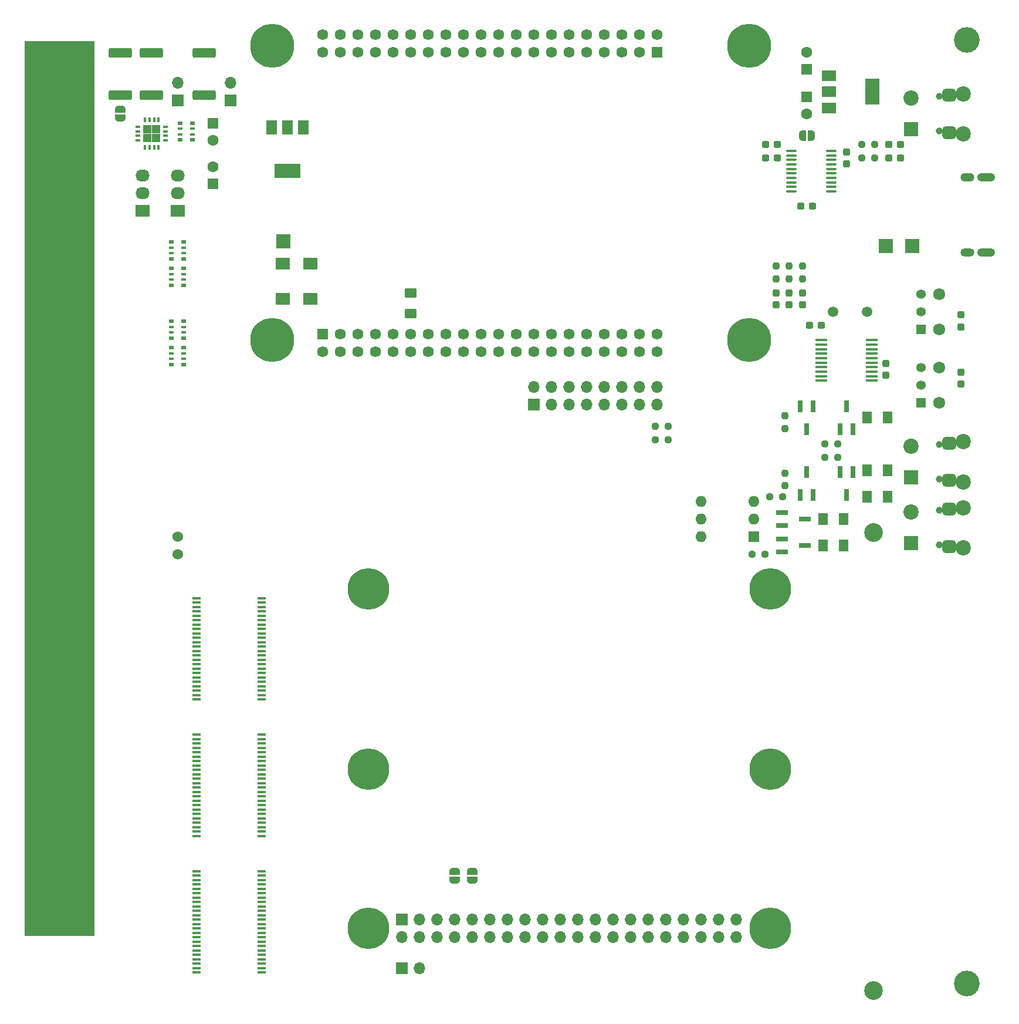
<source format=gbs>
G04 #@! TF.GenerationSoftware,KiCad,Pcbnew,(6.0.5-0)*
G04 #@! TF.CreationDate,2022-09-21T23:29:34+09:00*
G04 #@! TF.ProjectId,kepler-x,6b65706c-6572-42d7-982e-6b696361645f,rev?*
G04 #@! TF.SameCoordinates,Original*
G04 #@! TF.FileFunction,Soldermask,Bot*
G04 #@! TF.FilePolarity,Negative*
%FSLAX46Y46*%
G04 Gerber Fmt 4.6, Leading zero omitted, Abs format (unit mm)*
G04 Created by KiCad (PCBNEW (6.0.5-0)) date 2022-09-21 23:29:34*
%MOMM*%
%LPD*%
G01*
G04 APERTURE LIST*
G04 Aperture macros list*
%AMRoundRect*
0 Rectangle with rounded corners*
0 $1 Rounding radius*
0 $2 $3 $4 $5 $6 $7 $8 $9 X,Y pos of 4 corners*
0 Add a 4 corners polygon primitive as box body*
4,1,4,$2,$3,$4,$5,$6,$7,$8,$9,$2,$3,0*
0 Add four circle primitives for the rounded corners*
1,1,$1+$1,$2,$3*
1,1,$1+$1,$4,$5*
1,1,$1+$1,$6,$7*
1,1,$1+$1,$8,$9*
0 Add four rect primitives between the rounded corners*
20,1,$1+$1,$2,$3,$4,$5,0*
20,1,$1+$1,$4,$5,$6,$7,0*
20,1,$1+$1,$6,$7,$8,$9,0*
20,1,$1+$1,$8,$9,$2,$3,0*%
%AMFreePoly0*
4,1,22,0.500000,-0.750000,0.000000,-0.750000,0.000000,-0.745033,-0.079941,-0.743568,-0.215256,-0.701293,-0.333266,-0.622738,-0.424486,-0.514219,-0.481581,-0.384460,-0.499164,-0.250000,-0.500000,-0.250000,-0.500000,0.250000,-0.499164,0.250000,-0.499963,0.256109,-0.478152,0.396186,-0.417904,0.524511,-0.324060,0.630769,-0.204165,0.706417,-0.067858,0.745374,0.000000,0.744959,0.000000,0.750000,
0.500000,0.750000,0.500000,-0.750000,0.500000,-0.750000,$1*%
%AMFreePoly1*
4,1,20,0.000000,0.744959,0.073905,0.744508,0.209726,0.703889,0.328688,0.626782,0.421226,0.519385,0.479903,0.390333,0.500000,0.250000,0.500000,-0.250000,0.499851,-0.262216,0.476331,-0.402017,0.414519,-0.529596,0.319384,-0.634700,0.198574,-0.708877,0.061801,-0.746166,0.000000,-0.745033,0.000000,-0.750000,-0.500000,-0.750000,-0.500000,0.750000,0.000000,0.750000,0.000000,0.744959,
0.000000,0.744959,$1*%
G04 Aperture macros list end*
%ADD10C,0.120000*%
%ADD11RoundRect,0.300000X-4.200000X-0.450000X4.200000X-0.450000X4.200000X0.450000X-4.200000X0.450000X0*%
%ADD12C,2.700000*%
%ADD13C,1.500000*%
%ADD14C,3.700000*%
%ADD15R,1.358000X1.358000*%
%ADD16C,1.358000*%
%ADD17C,1.725000*%
%ADD18R,1.700000X1.700000*%
%ADD19O,1.700000X1.700000*%
%ADD20R,2.032000X1.727200*%
%ADD21O,2.032000X1.727200*%
%ADD22R,1.600000X1.600000*%
%ADD23O,1.600000X1.600000*%
%ADD24R,2.000000X2.000000*%
%ADD25R,1.590000X1.590000*%
%ADD26C,1.590000*%
%ADD27C,6.350000*%
%ADD28O,2.000000X1.250000*%
%ADD29O,2.600000X1.220000*%
%ADD30O,2.600000X1.200000*%
%ADD31O,2.000000X1.200000*%
%ADD32C,1.000000*%
%ADD33R,2.100000X2.100000*%
%ADD34C,2.200000*%
%ADD35RoundRect,0.450000X0.550000X0.450000X-0.550000X0.450000X-0.550000X-0.450000X0.550000X-0.450000X0*%
%ADD36C,1.524000*%
%ADD37C,1.600000*%
%ADD38C,6.000000*%
%ADD39RoundRect,0.237500X-0.250000X-0.237500X0.250000X-0.237500X0.250000X0.237500X-0.250000X0.237500X0*%
%ADD40RoundRect,0.237500X0.250000X0.237500X-0.250000X0.237500X-0.250000X-0.237500X0.250000X-0.237500X0*%
%ADD41R,0.800000X1.800000*%
%ADD42FreePoly0,90.000000*%
%ADD43FreePoly1,90.000000*%
%ADD44R,1.651000X0.431800*%
%ADD45RoundRect,0.250001X-0.462499X-0.624999X0.462499X-0.624999X0.462499X0.624999X-0.462499X0.624999X0*%
%ADD46RoundRect,0.249999X-1.425001X0.450001X-1.425001X-0.450001X1.425001X-0.450001X1.425001X0.450001X0*%
%ADD47RoundRect,0.250001X0.462499X0.624999X-0.462499X0.624999X-0.462499X-0.624999X0.462499X-0.624999X0*%
%ADD48RoundRect,0.237500X-0.237500X0.300000X-0.237500X-0.300000X0.237500X-0.300000X0.237500X0.300000X0*%
%ADD49R,0.800000X0.500000*%
%ADD50R,0.800000X0.400000*%
%ADD51RoundRect,0.237500X-0.237500X0.287500X-0.237500X-0.287500X0.237500X-0.287500X0.237500X0.287500X0*%
%ADD52RoundRect,0.237500X0.237500X-0.250000X0.237500X0.250000X-0.237500X0.250000X-0.237500X-0.250000X0*%
%ADD53R,2.000000X1.800000*%
%ADD54R,1.200000X0.400000*%
%ADD55RoundRect,0.237500X0.300000X0.237500X-0.300000X0.237500X-0.300000X-0.237500X0.300000X-0.237500X0*%
%ADD56RoundRect,0.250001X0.624999X-0.462499X0.624999X0.462499X-0.624999X0.462499X-0.624999X-0.462499X0*%
%ADD57R,2.000000X1.500000*%
%ADD58R,2.000000X3.800000*%
%ADD59RoundRect,0.237500X0.237500X-0.300000X0.237500X0.300000X-0.237500X0.300000X-0.237500X-0.300000X0*%
%ADD60RoundRect,0.237500X-0.237500X0.250000X-0.237500X-0.250000X0.237500X-0.250000X0.237500X0.250000X0*%
%ADD61RoundRect,0.100000X0.637500X0.100000X-0.637500X0.100000X-0.637500X-0.100000X0.637500X-0.100000X0*%
%ADD62R,0.800000X0.350000*%
%ADD63R,0.350000X0.800000*%
%ADD64R,1.250000X1.250000*%
%ADD65FreePoly0,0.000000*%
%ADD66FreePoly1,0.000000*%
%ADD67R,1.800000X0.800000*%
%ADD68RoundRect,0.237500X-0.300000X-0.237500X0.300000X-0.237500X0.300000X0.237500X-0.300000X0.237500X0*%
%ADD69R,1.500000X2.000000*%
%ADD70R,3.800000X2.000000*%
%ADD71FreePoly0,270.000000*%
%ADD72FreePoly1,270.000000*%
G04 APERTURE END LIST*
D10*
X40000000Y-37100000D02*
X30000000Y-37100000D01*
X30000000Y-37100000D02*
X30000000Y-166100000D01*
X30000000Y-166100000D02*
X40000000Y-166100000D01*
X40000000Y-166100000D02*
X40000000Y-37100000D01*
G36*
X40000000Y-37100000D02*
G01*
X30000000Y-37100000D01*
X30000000Y-166100000D01*
X40000000Y-166100000D01*
X40000000Y-37100000D01*
G37*
D11*
X35555000Y-163830000D03*
X35555000Y-161290000D03*
X35555000Y-158750000D03*
X35555000Y-156210000D03*
X35555000Y-153670000D03*
X35555000Y-151130000D03*
X35555000Y-148590000D03*
X35555000Y-146050000D03*
X35555000Y-143510000D03*
X35555000Y-140970000D03*
X35555000Y-138430000D03*
X35555000Y-135890000D03*
X35555000Y-133350000D03*
X35555000Y-130810000D03*
X35555000Y-128270000D03*
X35555000Y-125730000D03*
X35555000Y-123190000D03*
X35555000Y-120650000D03*
X35555000Y-118110000D03*
X35555000Y-115570000D03*
X35555000Y-113030000D03*
X35555000Y-110490000D03*
X35555000Y-107950000D03*
X35555000Y-105410000D03*
X35555000Y-102870000D03*
X35555000Y-100330000D03*
X35555000Y-97790000D03*
X35555000Y-95250000D03*
X35555000Y-92710000D03*
X35555000Y-90170000D03*
X35555000Y-87630000D03*
X35555000Y-85090000D03*
X35555000Y-82550000D03*
X35555000Y-80010000D03*
X35555000Y-77470000D03*
X35555000Y-74930000D03*
X35555000Y-72390000D03*
X35555000Y-69850000D03*
X35555000Y-67310000D03*
X35555000Y-64770000D03*
X35555000Y-62230000D03*
X35555000Y-59690000D03*
X35555000Y-57150000D03*
X35555000Y-54610000D03*
X35555000Y-52070000D03*
X35555000Y-49530000D03*
X35555000Y-46990000D03*
X35555000Y-44450000D03*
X35555000Y-41910000D03*
X35555000Y-39370000D03*
D12*
X152500000Y-108000000D03*
D13*
X146685000Y-76200000D03*
X151565000Y-76200000D03*
D14*
X166000000Y-173000000D03*
D15*
X159385010Y-78740000D03*
D16*
X159385010Y-76200000D03*
X159385010Y-73660000D03*
D17*
X162005010Y-78740000D03*
X162005010Y-73660000D03*
D15*
X159385010Y-89297510D03*
D16*
X159385010Y-86757510D03*
X159385010Y-84217510D03*
D17*
X162005010Y-89297510D03*
X162005010Y-84217510D03*
D18*
X103520000Y-89540000D03*
D19*
X103520000Y-87000000D03*
X106060000Y-89540000D03*
X106060000Y-87000000D03*
X108600000Y-89540000D03*
X108600000Y-87000000D03*
X111140000Y-89540000D03*
X111140000Y-87000000D03*
X113680000Y-89540000D03*
X113680000Y-87000000D03*
X116220000Y-89540000D03*
X116220000Y-87000000D03*
X118760000Y-89540000D03*
X118760000Y-87000000D03*
X121300000Y-89540000D03*
X121300000Y-87000000D03*
D20*
X46990000Y-61595000D03*
D21*
X46990000Y-59055000D03*
X46990000Y-56515000D03*
D22*
X135245000Y-108570000D03*
D23*
X135245000Y-106030000D03*
X135245000Y-103490000D03*
X127625000Y-103490000D03*
X127625000Y-106030000D03*
X127625000Y-108570000D03*
D20*
X52070000Y-61605000D03*
D21*
X52070000Y-59065000D03*
X52070000Y-56525000D03*
D18*
X84450000Y-170815000D03*
D19*
X86990000Y-170815000D03*
D24*
X158115000Y-66675000D03*
D25*
X121285000Y-38735000D03*
D26*
X121285000Y-36195000D03*
X118745000Y-38735000D03*
X118745000Y-36195000D03*
X116205000Y-38735000D03*
X116205000Y-36195000D03*
X113665000Y-38735000D03*
X113665000Y-36195000D03*
X111125000Y-38735000D03*
X111125000Y-36195000D03*
X108585000Y-38735000D03*
X108585000Y-36195000D03*
X106045000Y-38735000D03*
X106045000Y-36195000D03*
X103505000Y-38735000D03*
X103505000Y-36195000D03*
X100965000Y-38735000D03*
X100965000Y-36195000D03*
X98425000Y-38735000D03*
X98425000Y-36195000D03*
X95885000Y-38735000D03*
X95885000Y-36195000D03*
X93345000Y-38735000D03*
X93345000Y-36195000D03*
X90805000Y-38735000D03*
X90805000Y-36195000D03*
X88265000Y-38735000D03*
X88265000Y-36195000D03*
X85725000Y-38735000D03*
X85725000Y-36195000D03*
X83185000Y-38735000D03*
X83185000Y-36195000D03*
X80645000Y-38735000D03*
X80645000Y-36195000D03*
X78105000Y-38735000D03*
X78105000Y-36195000D03*
X75565000Y-38735000D03*
X75565000Y-36195000D03*
X73025000Y-38735000D03*
X73025000Y-36195000D03*
D25*
X73025000Y-79375000D03*
D26*
X73025000Y-81915000D03*
X75565000Y-79375000D03*
X75565000Y-81915000D03*
X78105000Y-79375000D03*
X78105000Y-81915000D03*
X80645000Y-79375000D03*
X80645000Y-81915000D03*
X83185000Y-79375000D03*
X83185000Y-81915000D03*
X85725000Y-79375000D03*
X85725000Y-81915000D03*
X88265000Y-79375000D03*
X88265000Y-81915000D03*
X90805000Y-79375000D03*
X90805000Y-81915000D03*
X93345000Y-79375000D03*
X93345000Y-81915000D03*
X95885000Y-79375000D03*
X95885000Y-81915000D03*
X98425000Y-79375000D03*
X98425000Y-81915000D03*
X100965000Y-79375000D03*
X100965000Y-81915000D03*
X103505000Y-79375000D03*
X103505000Y-81915000D03*
X106045000Y-79375000D03*
X106045000Y-81915000D03*
X108585000Y-79375000D03*
X108585000Y-81915000D03*
X111125000Y-79375000D03*
X111125000Y-81915000D03*
X113665000Y-79375000D03*
X113665000Y-81915000D03*
X116205000Y-79375000D03*
X116205000Y-81915000D03*
X118745000Y-79375000D03*
X118745000Y-81915000D03*
X121285000Y-79375000D03*
X121285000Y-81915000D03*
D27*
X134570000Y-37845000D03*
X134570000Y-80265000D03*
X65740000Y-37845000D03*
X65740000Y-80265000D03*
D12*
X152500000Y-174000000D03*
D28*
X166020000Y-56805000D03*
D29*
X168720000Y-56805000D03*
D30*
X168720000Y-67655000D03*
D31*
X166020000Y-67655000D03*
D32*
X161965000Y-50125000D03*
X161965000Y-45125000D03*
D33*
X157965000Y-49875000D03*
D34*
X157965000Y-45375000D03*
X165465000Y-44725000D03*
X165465000Y-50525000D03*
D35*
X163465000Y-50325000D03*
X163465000Y-44925000D03*
D18*
X59690000Y-45720000D03*
D19*
X59690000Y-43180000D03*
D36*
X52070000Y-108585000D03*
X52050000Y-111125000D03*
D22*
X142875000Y-41210113D03*
D37*
X142875000Y-38710113D03*
D32*
X161965000Y-100290000D03*
X161965000Y-95290000D03*
D33*
X157965000Y-100040000D03*
D34*
X157965000Y-95540000D03*
X165465000Y-100690000D03*
X165465000Y-94890000D03*
D35*
X163465000Y-100490000D03*
X163465000Y-95090000D03*
D32*
X161965000Y-109815000D03*
X161965000Y-104815000D03*
D33*
X157965000Y-109565000D03*
D34*
X157965000Y-105065000D03*
D35*
X163465000Y-104615000D03*
D34*
X165465000Y-110215000D03*
D35*
X163465000Y-110015000D03*
D34*
X165465000Y-104415000D03*
D24*
X154305000Y-66675000D03*
D38*
X79585000Y-165100000D03*
X79585000Y-142100000D03*
X137585000Y-165100000D03*
X137585000Y-142100000D03*
X79585000Y-116100000D03*
X137585000Y-116100000D03*
D18*
X84455000Y-163830000D03*
D19*
X84455000Y-166370000D03*
X86995000Y-163830000D03*
X86995000Y-166370000D03*
X89535000Y-163830000D03*
X89535000Y-166370000D03*
X92075000Y-163830000D03*
X92075000Y-166370000D03*
X94615000Y-163830000D03*
X94615000Y-166370000D03*
X97155000Y-163830000D03*
X97155000Y-166370000D03*
X99695000Y-163830000D03*
X99695000Y-166370000D03*
X102235000Y-163830000D03*
X102235000Y-166370000D03*
X104775000Y-163830000D03*
X104775000Y-166370000D03*
X107315000Y-163830000D03*
X107315000Y-166370000D03*
X109855000Y-163830000D03*
X109855000Y-166370000D03*
X112395000Y-163830000D03*
X112395000Y-166370000D03*
X114935000Y-163830000D03*
X114935000Y-166370000D03*
X117475000Y-163830000D03*
X117475000Y-166370000D03*
X120015000Y-163830000D03*
X120015000Y-166370000D03*
X122555000Y-163830000D03*
X122555000Y-166370000D03*
X125095000Y-163830000D03*
X125095000Y-166370000D03*
X127635000Y-163830000D03*
X127635000Y-166370000D03*
X130175000Y-163830000D03*
X130175000Y-166370000D03*
X132715000Y-163830000D03*
X132715000Y-166370000D03*
D22*
X57150000Y-48959888D03*
D37*
X57150000Y-51459888D03*
D22*
X142875000Y-45149888D03*
D37*
X142875000Y-47649888D03*
D22*
X57150000Y-57720113D03*
D37*
X57150000Y-55220113D03*
D18*
X52070000Y-45720000D03*
D19*
X52070000Y-43180000D03*
D14*
X166000000Y-37000000D03*
D39*
X145495000Y-95250000D03*
X147320000Y-95250000D03*
D40*
X147320000Y-97155000D03*
X145495000Y-97155000D03*
D41*
X147640000Y-99315000D03*
X149540000Y-99315000D03*
X148590000Y-102615000D03*
D42*
X94615000Y-158130000D03*
D43*
X94615000Y-156830000D03*
D44*
X144957800Y-86110000D03*
X144957800Y-85459999D03*
X144957800Y-84810001D03*
X144957800Y-84159999D03*
X144957800Y-83510001D03*
X144957800Y-82860002D03*
X144957800Y-82210001D03*
X144957800Y-81560002D03*
X144957800Y-80910001D03*
X144957800Y-80260002D03*
X152222200Y-80260000D03*
X152222200Y-80909998D03*
X152222200Y-81559999D03*
X152222200Y-82209998D03*
X152222200Y-82859999D03*
X152222200Y-83509998D03*
X152222200Y-84159999D03*
X152222200Y-84809998D03*
X152222200Y-85459999D03*
X152222200Y-86109998D03*
D45*
X145197500Y-106045000D03*
X148172500Y-106045000D03*
D46*
X48260000Y-38860000D03*
X48260000Y-44960000D03*
D47*
X154522500Y-91440000D03*
X151547500Y-91440000D03*
D48*
X148590000Y-53112500D03*
X148590000Y-54837500D03*
D49*
X52970000Y-81350000D03*
D50*
X52970000Y-82150000D03*
X52970000Y-82950000D03*
D49*
X52970000Y-83750000D03*
X51170000Y-83750000D03*
D50*
X51170000Y-82950000D03*
X51170000Y-82150000D03*
D49*
X51170000Y-81350000D03*
D51*
X142240000Y-73420000D03*
X142240000Y-75170000D03*
D52*
X140335000Y-71397500D03*
X140335000Y-69572500D03*
D53*
X67215000Y-74295000D03*
X67215000Y-69215000D03*
X71215000Y-69215000D03*
X71215000Y-74295000D03*
D41*
X143825000Y-102615000D03*
X141925000Y-102615000D03*
X142875000Y-99315000D03*
D54*
X54811200Y-171450000D03*
X54811200Y-170815000D03*
X54811200Y-170180000D03*
X54811200Y-169545000D03*
X54811200Y-168910000D03*
X54811200Y-168275000D03*
X54811200Y-167640000D03*
X54811200Y-167005000D03*
X54811200Y-166370000D03*
X54811200Y-165735000D03*
X54811200Y-165100000D03*
X54811200Y-164465000D03*
X54811200Y-163830000D03*
X54811200Y-163195000D03*
X54811200Y-162560000D03*
X54811200Y-161925000D03*
X54811200Y-161290000D03*
X54811200Y-160655000D03*
X54811200Y-160020000D03*
X54811200Y-159385000D03*
X54811200Y-158750000D03*
X54811200Y-158115000D03*
X54811200Y-157480000D03*
X54811200Y-156845000D03*
X64211200Y-156845000D03*
X64211200Y-157480000D03*
X64211200Y-158115000D03*
X64211200Y-158750000D03*
X64211200Y-159385000D03*
X64211200Y-160020000D03*
X64211200Y-160655000D03*
X64211200Y-161290000D03*
X64211200Y-161925000D03*
X64211200Y-162560000D03*
X64211200Y-163195000D03*
X64211200Y-163830000D03*
X64211200Y-164465000D03*
X64211200Y-165100000D03*
X64211200Y-165735000D03*
X64211200Y-166370000D03*
X64211200Y-167005000D03*
X64211200Y-167640000D03*
X64211200Y-168275000D03*
X64211200Y-168910000D03*
X64211200Y-169545000D03*
X64211200Y-170180000D03*
X64211200Y-170815000D03*
X64211200Y-171450000D03*
D55*
X156437500Y-53975000D03*
X154712500Y-53975000D03*
D41*
X149540000Y-93090000D03*
X147640000Y-93090000D03*
X148590000Y-89790000D03*
D39*
X150852500Y-52070000D03*
X152677500Y-52070000D03*
D56*
X85725000Y-76417500D03*
X85725000Y-73442500D03*
D54*
X54811200Y-151765000D03*
X54811200Y-151130000D03*
X54811200Y-150495000D03*
X54811200Y-149860000D03*
X54811200Y-149225000D03*
X54811200Y-148590000D03*
X54811200Y-147955000D03*
X54811200Y-147320000D03*
X54811200Y-146685000D03*
X54811200Y-146050000D03*
X54811200Y-145415000D03*
X54811200Y-144780000D03*
X54811200Y-144145000D03*
X54811200Y-143510000D03*
X54811200Y-142875000D03*
X54811200Y-142240000D03*
X54811200Y-141605000D03*
X54811200Y-140970000D03*
X54811200Y-140335000D03*
X54811200Y-139700000D03*
X54811200Y-139065000D03*
X54811200Y-138430000D03*
X54811200Y-137795000D03*
X54811200Y-137160000D03*
X64211200Y-137160000D03*
X64211200Y-137795000D03*
X64211200Y-138430000D03*
X64211200Y-139065000D03*
X64211200Y-139700000D03*
X64211200Y-140335000D03*
X64211200Y-140970000D03*
X64211200Y-141605000D03*
X64211200Y-142240000D03*
X64211200Y-142875000D03*
X64211200Y-143510000D03*
X64211200Y-144145000D03*
X64211200Y-144780000D03*
X64211200Y-145415000D03*
X64211200Y-146050000D03*
X64211200Y-146685000D03*
X64211200Y-147320000D03*
X64211200Y-147955000D03*
X64211200Y-148590000D03*
X64211200Y-149225000D03*
X64211200Y-149860000D03*
X64211200Y-150495000D03*
X64211200Y-151130000D03*
X64211200Y-151765000D03*
D57*
X146075000Y-46750000D03*
D58*
X152375000Y-44450000D03*
D57*
X146075000Y-44450000D03*
X146075000Y-42150000D03*
D59*
X165100000Y-86587500D03*
X165100000Y-84862500D03*
D49*
X52970000Y-77540000D03*
D50*
X52970000Y-78340000D03*
X52970000Y-79140000D03*
D49*
X52970000Y-79940000D03*
X51170000Y-79940000D03*
D50*
X51170000Y-79140000D03*
X51170000Y-78340000D03*
D49*
X51170000Y-77540000D03*
D60*
X139700000Y-91162500D03*
X139700000Y-92987500D03*
D39*
X150852500Y-53975000D03*
X152677500Y-53975000D03*
D40*
X122832500Y-92710000D03*
X121007500Y-92710000D03*
D24*
X67310000Y-66040000D03*
D61*
X146372500Y-52955000D03*
X146372500Y-53605000D03*
X146372500Y-54255000D03*
X146372500Y-54905000D03*
X146372500Y-55555000D03*
X146372500Y-56205000D03*
X146372500Y-56855000D03*
X146372500Y-57505000D03*
X146372500Y-58155000D03*
X146372500Y-58805000D03*
X140647500Y-58805000D03*
X140647500Y-58155000D03*
X140647500Y-57505000D03*
X140647500Y-56855000D03*
X140647500Y-56205000D03*
X140647500Y-55555000D03*
X140647500Y-54905000D03*
X140647500Y-54255000D03*
X140647500Y-53605000D03*
X140647500Y-52955000D03*
D62*
X46355000Y-51450000D03*
X46355000Y-50800000D03*
X46355000Y-50150000D03*
X46355000Y-49500000D03*
D63*
X47380000Y-48475000D03*
X48030000Y-48475000D03*
X48680000Y-48475000D03*
X49330000Y-48475000D03*
D62*
X50355000Y-49500000D03*
X50355000Y-50150000D03*
X50355000Y-50800000D03*
X50355000Y-51450000D03*
D63*
X49330000Y-52475000D03*
X48680000Y-52475000D03*
X48030000Y-52475000D03*
X47380000Y-52475000D03*
D64*
X48980000Y-49850000D03*
X48980000Y-51100000D03*
X47730000Y-49850000D03*
X47730000Y-51100000D03*
D51*
X140335000Y-73420000D03*
X140335000Y-75170000D03*
X138430000Y-73420000D03*
X138430000Y-75170000D03*
D65*
X142225000Y-50800000D03*
D66*
X143525000Y-50800000D03*
D39*
X137517500Y-102870000D03*
X139342500Y-102870000D03*
D67*
X139320000Y-106995000D03*
X139320000Y-105095000D03*
X142620000Y-106045000D03*
D45*
X151547500Y-102870000D03*
X154522500Y-102870000D03*
D41*
X141925000Y-89790000D03*
X143825000Y-89790000D03*
X142875000Y-93090000D03*
D55*
X143737500Y-60960000D03*
X142012500Y-60960000D03*
D68*
X143282500Y-78105000D03*
X145007500Y-78105000D03*
D39*
X134977500Y-111125000D03*
X136802500Y-111125000D03*
D46*
X43815000Y-38860000D03*
X43815000Y-44960000D03*
D68*
X154712500Y-52070000D03*
X156437500Y-52070000D03*
D52*
X138430000Y-71397500D03*
X138430000Y-69572500D03*
D60*
X139700000Y-99417500D03*
X139700000Y-101242500D03*
D40*
X122832500Y-94615000D03*
X121007500Y-94615000D03*
D54*
X54811200Y-132080000D03*
X54811200Y-131445000D03*
X54811200Y-130810000D03*
X54811200Y-130175000D03*
X54811200Y-129540000D03*
X54811200Y-128905000D03*
X54811200Y-128270000D03*
X54811200Y-127635000D03*
X54811200Y-127000000D03*
X54811200Y-126365000D03*
X54811200Y-125730000D03*
X54811200Y-125095000D03*
X54811200Y-124460000D03*
X54811200Y-123825000D03*
X54811200Y-123190000D03*
X54811200Y-122555000D03*
X54811200Y-121920000D03*
X54811200Y-121285000D03*
X54811200Y-120650000D03*
X54811200Y-120015000D03*
X54811200Y-119380000D03*
X54811200Y-118745000D03*
X54811200Y-118110000D03*
X54811200Y-117475000D03*
X64211200Y-117475000D03*
X64211200Y-118110000D03*
X64211200Y-118745000D03*
X64211200Y-119380000D03*
X64211200Y-120015000D03*
X64211200Y-120650000D03*
X64211200Y-121285000D03*
X64211200Y-121920000D03*
X64211200Y-122555000D03*
X64211200Y-123190000D03*
X64211200Y-123825000D03*
X64211200Y-124460000D03*
X64211200Y-125095000D03*
X64211200Y-125730000D03*
X64211200Y-126365000D03*
X64211200Y-127000000D03*
X64211200Y-127635000D03*
X64211200Y-128270000D03*
X64211200Y-128905000D03*
X64211200Y-129540000D03*
X64211200Y-130175000D03*
X64211200Y-130810000D03*
X64211200Y-131445000D03*
X64211200Y-132080000D03*
D42*
X92075000Y-158130000D03*
D43*
X92075000Y-156830000D03*
D49*
X52970000Y-66110000D03*
D50*
X52970000Y-66910000D03*
X52970000Y-67710000D03*
D49*
X52970000Y-68510000D03*
X51170000Y-68510000D03*
D50*
X51170000Y-67710000D03*
X51170000Y-66910000D03*
D49*
X51170000Y-66110000D03*
D45*
X151547500Y-99060000D03*
X154522500Y-99060000D03*
D49*
X52440000Y-51365000D03*
D50*
X52440000Y-50565000D03*
X52440000Y-49765000D03*
D49*
X52440000Y-48965000D03*
X54240000Y-48965000D03*
D50*
X54240000Y-49765000D03*
X54240000Y-50565000D03*
D49*
X54240000Y-51365000D03*
D59*
X165100000Y-78332500D03*
X165100000Y-76607500D03*
D55*
X138657500Y-52070000D03*
X136932500Y-52070000D03*
D59*
X154305000Y-85317500D03*
X154305000Y-83592500D03*
D52*
X142240000Y-71397500D03*
X142240000Y-69572500D03*
D45*
X145197500Y-109855000D03*
X148172500Y-109855000D03*
D69*
X65645000Y-49555000D03*
X67945000Y-49555000D03*
D70*
X67945000Y-55855000D03*
D69*
X70245000Y-49555000D03*
D67*
X139320000Y-110805000D03*
X139320000Y-108905000D03*
X142620000Y-109855000D03*
D71*
X43815000Y-46960000D03*
D72*
X43815000Y-48260000D03*
D46*
X55880000Y-38860000D03*
X55880000Y-44960000D03*
D55*
X138657500Y-53975000D03*
X136932500Y-53975000D03*
D49*
X52970000Y-69920000D03*
D50*
X52970000Y-70720000D03*
X52970000Y-71520000D03*
D49*
X52970000Y-72320000D03*
X51170000Y-72320000D03*
D50*
X51170000Y-71520000D03*
X51170000Y-70720000D03*
D49*
X51170000Y-69920000D03*
M02*

</source>
